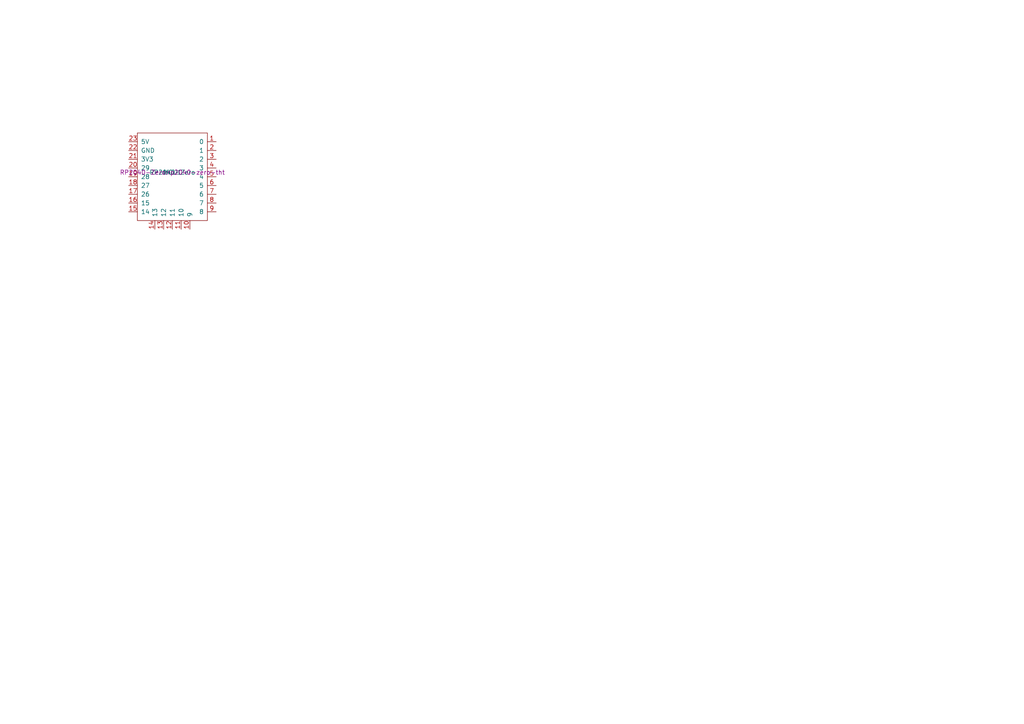
<source format=kicad_sch>
(kicad_sch (version 20211014) (generator kiutils)
  (paper "A4")
  (lib_symbols
    (symbol "rp2040-zero" (pin_names (offset 1.016))
      (property "Reference" "U" (at 0 15.24 0))
      (property "Value" "rp2040-zero" (at 0 12.7 0))
      (symbol "rp2040-zero_0_1"
        (rectangle (start -10.16 11.43) (end 10.16 -13.97))
      )
      (symbol "rp2040-zero_1_1"
        (pin bidirectional line (at 12.7 8.89 180) (length 2.54) (name "0") (number "1"))
        (pin bidirectional line (at 5.08 -16.51 90) (length 2.54) (name "9") (number "10"))
        (pin bidirectional line (at 2.54 -16.51 90) (length 2.54) (name "10") (number "11"))
        (pin bidirectional line (at 0 -16.51 90) (length 2.54) (name "11") (number "12"))
        (pin bidirectional line (at -2.54 -16.51 90) (length 2.54) (name "12") (number "13"))
        (pin bidirectional line (at -5.08 -16.51 90) (length 2.54) (name "13") (number "14"))
        (pin bidirectional line (at -12.7 -11.43 0) (length 2.54) (name "14") (number "15"))
        (pin bidirectional line (at -12.7 -8.89 0) (length 2.54) (name "15") (number "16"))
        (pin bidirectional line (at -12.7 -6.35 0) (length 2.54) (name "26") (number "17"))
        (pin bidirectional line (at -12.7 -3.81 0) (length 2.54) (name "27") (number "18"))
        (pin bidirectional line (at -12.7 -1.27 0) (length 2.54) (name "28") (number "19"))
        (pin bidirectional line (at 12.7 6.35 180) (length 2.54) (name "1") (number "2"))
        (pin bidirectional line (at -12.7 1.27 0) (length 2.54) (name "29") (number "20"))
        (pin power_out line (at -12.7 3.81 0) (length 2.54) (name "3V3") (number "21"))
        (pin power_out line (at -12.7 6.35 0) (length 2.54) (name "GND") (number "22"))
        (pin power_out line (at -12.7 8.89 0) (length 2.54) (name "5V") (number "23"))
        (pin bidirectional line (at 12.7 3.81 180) (length 2.54) (name "2") (number "3"))
        (pin bidirectional line (at 12.7 1.27 180) (length 2.54) (name "3") (number "4"))
        (pin bidirectional line (at 12.7 -1.27 180) (length 2.54) (name "4") (number "5"))
        (pin bidirectional line (at 12.7 -3.81 180) (length 2.54) (name "5") (number "6"))
        (pin bidirectional line (at 12.7 -6.35 180) (length 2.54) (name "6") (number "7"))
        (pin bidirectional line (at 12.7 -8.89 180) (length 2.54) (name "7") (number "8"))
        (pin bidirectional line (at 12.7 -11.43 180) (length 2.54) (name "8") (number "9"))
      )
    )
  )
  (symbol (lib_id "rp2040-zero") (at 50.0 50.0 0) (unit 1)
    (property "Reference" "MCU1" (at 50.0 50.0 0))
    (property "Value" "RP2040-Zero" (at 50.0 50.0 0))
    (property "Footprint" "RP2040-Zero:rp2040-zero-tht" (at 50.0 50.0 0))
  )
)
</source>
